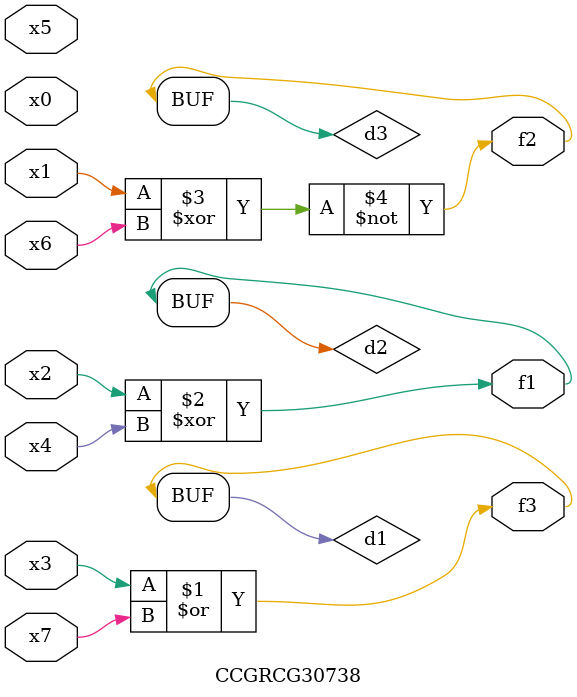
<source format=v>
module CCGRCG30738(
	input x0, x1, x2, x3, x4, x5, x6, x7,
	output f1, f2, f3
);

	wire d1, d2, d3;

	or (d1, x3, x7);
	xor (d2, x2, x4);
	xnor (d3, x1, x6);
	assign f1 = d2;
	assign f2 = d3;
	assign f3 = d1;
endmodule

</source>
